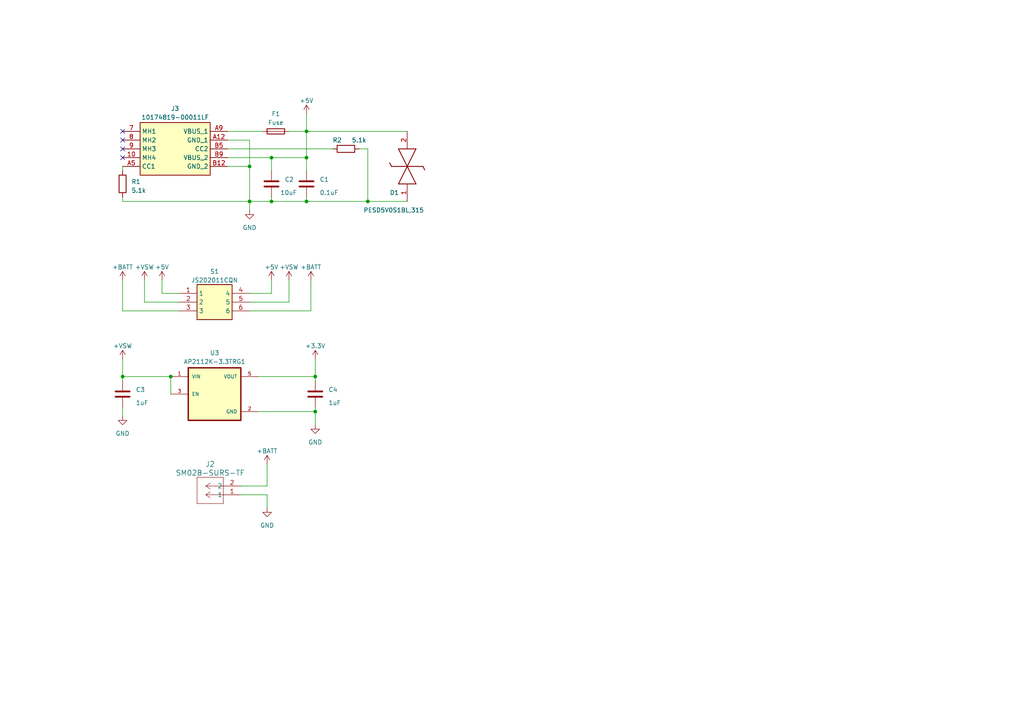
<source format=kicad_sch>
(kicad_sch (version 20230121) (generator eeschema)
  (paper "A4")
  (lib_symbols
    (symbol "Device:C" (pin_numbers hide) (pin_names (offset 0.254))
      (property "Reference" "C" (at 0.635 2.54 0))
      (property "Value" "C" (at 0.635 -2.54 0))
      (symbol "C_0_1"
        (polyline (pts (xy -2.032 -0.762) (xy 2.032 -0.762)) (stroke (width 0.508)))
        (polyline (pts (xy -2.032 0.762) (xy 2.032 0.762)) (stroke (width 0.508)))
      )
      (symbol "C_1_1"
        (pin passive line (at 0 3.81 270) (length 2.794) (name "~") (number "1"))
        (pin passive line (at 0 -3.81 90) (length 2.794) (name "~") (number "2"))
      )
    )
    (symbol "Device:Fuse" (pin_numbers hide) (pin_names (offset 0))
      (property "Reference" "F" (at 2.032 0 90))
      (property "Value" "Fuse" (at -1.905 0 90))
      (symbol "Fuse_0_1"
        (rectangle (start -0.762 -2.54) (end 0.762 2.54) (stroke (width 0.254)))
        (polyline (pts (xy 0 2.54) (xy 0 -2.54)))
      )
      (symbol "Fuse_1_1"
        (pin passive line (at 0 3.81 270) (length 1.27) (name "~") (number "1"))
        (pin passive line (at 0 -3.81 90) (length 1.27) (name "~") (number "2"))
      )
    )
    (symbol "Device:R" (pin_numbers hide) (pin_names (offset 0))
      (property "Reference" "R" (at 2.032 0 90))
      (property "Value" "R" (at 0 0 90))
      (symbol "R_0_1"
        (rectangle (start -1.016 -2.54) (end 1.016 2.54) (stroke (width 0.254)))
      )
      (symbol "R_1_1"
        (pin passive line (at 0 3.81 270) (length 1.27) (name "~") (number "1"))
        (pin passive line (at 0 -3.81 90) (length 1.27) (name "~") (number "2"))
      )
    )
    (symbol "GS_Connector:10174819-00011LF"
      (property "Reference" "J" (at 26.67 7.62 0))
      (property "Value" "10174819-00011LF" (at 26.67 5.08 0))
      (symbol "10174819-00011LF_1_1"
        (rectangle (start 5.08 2.54) (end 25.4 -12.7) (stroke (width 0.254)) (fill (type background)))
        (pin passive line (at 0 -7.62 0) (length 5.08) (name "MH4") (number "10"))
        (pin passive line (at 0 0 0) (length 5.08) (name "MH1") (number "7"))
        (pin passive line (at 0 -2.54 0) (length 5.08) (name "MH2") (number "8"))
        (pin passive line (at 0 -5.08 0) (length 5.08) (name "MH3") (number "9"))
        (pin passive line (at 30.48 -2.54 180) (length 5.08) (name "GND_1") (number "A12"))
        (pin passive line (at 0 -10.16 0) (length 5.08) (name "CC1") (number "A5"))
        (pin passive line (at 30.48 0 180) (length 5.08) (name "VBUS_1") (number "A9"))
        (pin passive line (at 30.48 -10.16 180) (length 5.08) (name "GND_2") (number "B12"))
        (pin passive line (at 30.48 -5.08 180) (length 5.08) (name "CC2") (number "B5"))
        (pin passive line (at 30.48 -7.62 180) (length 5.08) (name "VBUS_2") (number "B9"))
      )
    )
    (symbol "GS_Connector:SM02B-SURS-TF" (pin_names (offset 0.254))
      (property "Reference" "J" (at 8.89 6.35 0))
      (property "Value" "SM02B-SURS-TF" (at 0 0 0))
      (symbol "SM02B-SURS-TF_1_1"
        (polyline (pts (xy 5.08 -5.08) (xy 12.7 -5.08)) (stroke (width 0.127)))
        (polyline (pts (xy 5.08 2.54) (xy 5.08 -5.08)) (stroke (width 0.127)))
        (polyline (pts (xy 10.16 -2.54) (xy 5.08 -2.54)) (stroke (width 0.127)))
        (polyline (pts (xy 10.16 -2.54) (xy 8.89 -3.3867)) (stroke (width 0.127)))
        (polyline (pts (xy 10.16 -2.54) (xy 8.89 -1.6933)) (stroke (width 0.127)))
        (polyline (pts (xy 10.16 0) (xy 5.08 0)) (stroke (width 0.127)))
        (polyline (pts (xy 10.16 0) (xy 8.89 -0.8467)) (stroke (width 0.127)))
        (polyline (pts (xy 10.16 0) (xy 8.89 0.8467)) (stroke (width 0.127)))
        (polyline (pts (xy 12.7 -5.08) (xy 12.7 2.54)) (stroke (width 0.127)))
        (polyline (pts (xy 12.7 2.54) (xy 5.08 2.54)) (stroke (width 0.127)))
        (pin unspecified line (at 0 0 0) (length 5.08) (name "1") (number "1"))
        (pin unspecified line (at 0 -2.54 0) (length 5.08) (name "2") (number "2"))
      )
      (symbol "SM02B-SURS-TF_1_2"
        (polyline (pts (xy 5.08 -5.08) (xy 12.7 -5.08)) (stroke (width 0.127)))
        (polyline (pts (xy 5.08 2.54) (xy 5.08 -5.08)) (stroke (width 0.127)))
        (polyline (pts (xy 7.62 -2.54) (xy 5.08 -2.54)) (stroke (width 0.127)))
        (polyline (pts (xy 7.62 -2.54) (xy 8.89 -3.3867)) (stroke (width 0.127)))
        (polyline (pts (xy 7.62 -2.54) (xy 8.89 -1.6933)) (stroke (width 0.127)))
        (polyline (pts (xy 7.62 0) (xy 5.08 0)) (stroke (width 0.127)))
        (polyline (pts (xy 7.62 0) (xy 8.89 -0.8467)) (stroke (width 0.127)))
        (polyline (pts (xy 7.62 0) (xy 8.89 0.8467)) (stroke (width 0.127)))
        (polyline (pts (xy 12.7 -5.08) (xy 12.7 2.54)) (stroke (width 0.127)))
        (polyline (pts (xy 12.7 2.54) (xy 5.08 2.54)) (stroke (width 0.127)))
        (pin unspecified line (at 0 0 0) (length 5.08) (name "1") (number "1"))
        (pin unspecified line (at 0 -2.54 0) (length 5.08) (name "2") (number "2"))
      )
    )
    (symbol "GS_ICs:AP2112K-3.3TRG1" (pin_names (offset 1.016))
      (property "Reference" "U" (at -7.663 8.6476 0))
      (property "Value" "AP2112K-3.3TRG1" (at -7.6489 -11.6507 0))
      (symbol "AP2112K-3.3TRG1_0_0"
        (rectangle (start -7.62 -7.62) (end 7.62 7.62) (stroke (width 0.41)) (fill (type background)))
        (pin power_in line (at -12.7 5.08 0) (length 5.08) (name "VIN") (number "1"))
        (pin power_in line (at 12.7 -5.08 180) (length 5.08) (name "GND") (number "2"))
        (pin input line (at -12.7 0 0) (length 5.08) (name "EN") (number "3"))
        (pin power_in line (at 12.7 5.08 180) (length 5.08) (name "VOUT") (number "5"))
      )
    )
    (symbol "GS_other:JS202011CQN"
      (property "Reference" "S" (at 16.51 7.62 0))
      (property "Value" "JS202011CQN" (at 16.51 5.08 0))
      (symbol "JS202011CQN_1_1"
        (rectangle (start 5.08 2.54) (end 15.24 -7.62) (stroke (width 0.254)) (fill (type background)))
        (pin passive line (at 0 0 0) (length 5.08) (name "1") (number "1"))
        (pin passive line (at 0 -2.54 0) (length 5.08) (name "2") (number "2"))
        (pin passive line (at 0 -5.08 0) (length 5.08) (name "3") (number "3"))
        (pin passive line (at 20.32 0 180) (length 5.08) (name "4") (number "4"))
        (pin passive line (at 20.32 -2.54 180) (length 5.08) (name "5") (number "5"))
        (pin passive line (at 20.32 -5.08 180) (length 5.08) (name "6") (number "6"))
      )
    )
    (symbol "GS_other:PESD5V0S1BL,315" (pin_names hide)
      (property "Reference" "D" (at 15.24 8.89 0))
      (property "Value" "PESD5V0S1BL,315" (at 15.24 6.35 0))
      (symbol "PESD5V0S1BL,315_1_1"
        (polyline (pts (xy 5.08 2.54) (xy 5.08 -2.54)) (stroke (width 0.254)))
        (polyline (pts (xy 5.08 2.54) (xy 10.16 0)) (stroke (width 0.254)))
        (polyline (pts (xy 10.16 -4.572) (xy 9.144 -5.08)) (stroke (width 0.254)))
        (polyline (pts (xy 10.16 -4.572) (xy 10.16 4.572)) (stroke (width 0.254)))
        (polyline (pts (xy 10.16 0) (xy 5.08 -2.54)) (stroke (width 0.254)))
        (polyline (pts (xy 10.16 0) (xy 15.24 -2.54)) (stroke (width 0.254)))
        (polyline (pts (xy 11.176 5.08) (xy 10.16 4.572)) (stroke (width 0.254)))
        (polyline (pts (xy 15.24 2.54) (xy 10.16 0)) (stroke (width 0.254)))
        (polyline (pts (xy 15.24 2.54) (xy 15.24 -2.54)) (stroke (width 0.254)))
        (pin passive line (at 0 0 0) (length 5.08) (name "K1") (number "1"))
        (pin passive line (at 20.32 0 180) (length 5.08) (name "K2") (number "2"))
      )
    )
    (symbol "power:+3.3V" (power) (pin_names (offset 0))
      (property "Value" "+3.3V" (at 0 3.556 0))
      (symbol "+3.3V_0_1"
        (polyline (pts (xy -0.762 1.27) (xy 0 2.54)))
        (polyline (pts (xy 0 0) (xy 0 2.54)))
        (polyline (pts (xy 0 2.54) (xy 0.762 1.27)))
      )
      (symbol "+3.3V_1_1"
        (pin power_in line (at 0 0 90) (length 0) hide (name "+3.3V") (number "1"))
      )
    )
    (symbol "power:+5V" (power) (pin_names (offset 0))
      (property "Value" "+5V" (at 0 3.556 0))
      (symbol "+5V_0_1"
        (polyline (pts (xy -0.762 1.27) (xy 0 2.54)))
        (polyline (pts (xy 0 0) (xy 0 2.54)))
        (polyline (pts (xy 0 2.54) (xy 0.762 1.27)))
      )
      (symbol "+5V_1_1"
        (pin power_in line (at 0 0 90) (length 0) hide (name "+5V") (number "1"))
      )
    )
    (symbol "power:+BATT" (power) (pin_names (offset 0))
      (property "Value" "+BATT" (at 0 3.556 0))
      (symbol "+BATT_0_1"
        (polyline (pts (xy -0.762 1.27) (xy 0 2.54)))
        (polyline (pts (xy 0 0) (xy 0 2.54)))
        (polyline (pts (xy 0 2.54) (xy 0.762 1.27)))
      )
      (symbol "+BATT_1_1"
        (pin power_in line (at 0 0 90) (length 0) hide (name "+BATT") (number "1"))
      )
    )
    (symbol "power:+VSW" (power) (pin_names (offset 0))
      (property "Value" "+VSW" (at 0 3.556 0))
      (symbol "+VSW_0_1"
        (polyline (pts (xy -0.762 1.27) (xy 0 2.54)))
        (polyline (pts (xy 0 0) (xy 0 2.54)))
        (polyline (pts (xy 0 2.54) (xy 0.762 1.27)))
      )
      (symbol "+VSW_1_1"
        (pin power_in line (at 0 0 90) (length 0) hide (name "+VSW") (number "1"))
      )
    )
    (symbol "power:GND" (power) (pin_names (offset 0))
      (property "Value" "GND" (at 0 -3.81 0))
      (symbol "GND_0_1"
        (polyline (pts (xy 0 0) (xy 0 -1.27) (xy 1.27 -1.27) (xy 0 -2.54) (xy -1.27 -1.27) (xy 0 -1.27)))
      )
      (symbol "GND_1_1"
        (pin power_in line (at 0 0 270) (length 0) hide (name "GND") (number "1"))
      )
    )
  )
  (junction (at 88.9 45.72))
  (junction (at 49.53 109.22))
  (junction (at 72.39 48.26))
  (junction (at 91.44 109.22))
  (junction (at 78.74 58.42))
  (junction (at 78.74 45.72))
  (junction (at 88.9 58.42))
  (junction (at 106.68 58.42))
  (junction (at 72.39 58.42))
  (junction (at 88.9 38.1))
  (junction (at 91.44 119.38))
  (junction (at 35.56 109.22))
  (no_connect (at 35.56 43.18))
  (no_connect (at 35.56 40.64))
  (no_connect (at 35.56 38.1))
  (no_connect (at 35.56 45.72))
  (wire (pts (xy 78.74 45.72) (xy 78.74 49.53)))
  (wire (pts (xy 35.56 110.49) (xy 35.56 109.22)))
  (wire (pts (xy 77.47 143.51) (xy 77.47 147.32)))
  (wire (pts (xy 72.39 90.17) (xy 90.17 90.17)))
  (wire (pts (xy 35.56 81.28) (xy 35.56 90.17)))
  (wire (pts (xy 106.68 58.42) (xy 118.11 58.42)))
  (wire (pts (xy 78.74 58.42) (xy 88.9 58.42)))
  (wire (pts (xy 69.85 143.51) (xy 77.47 143.51)))
  (wire (pts (xy 83.82 87.63) (xy 83.82 81.28)))
  (wire (pts (xy 46.99 81.28) (xy 46.99 85.09)))
  (wire (pts (xy 41.91 87.63) (xy 52.07 87.63)))
  (wire (pts (xy 104.14 43.18) (xy 106.68 43.18)))
  (wire (pts (xy 78.74 85.09) (xy 72.39 85.09)))
  (wire (pts (xy 66.04 48.26) (xy 72.39 48.26)))
  (wire (pts (xy 35.56 120.65) (xy 35.56 118.11)))
  (wire (pts (xy 35.56 90.17) (xy 52.07 90.17)))
  (wire (pts (xy 91.44 123.19) (xy 91.44 119.38)))
  (wire (pts (xy 41.91 81.28) (xy 41.91 87.63)))
  (wire (pts (xy 66.04 40.64) (xy 72.39 40.64)))
  (wire (pts (xy 77.47 134.62) (xy 77.47 140.97)))
  (wire (pts (xy 91.44 119.38) (xy 91.44 118.11)))
  (wire (pts (xy 72.39 58.42) (xy 78.74 58.42)))
  (wire (pts (xy 78.74 45.72) (xy 88.9 45.72)))
  (wire (pts (xy 78.74 81.28) (xy 78.74 85.09)))
  (wire (pts (xy 106.68 43.18) (xy 106.68 58.42)))
  (wire (pts (xy 66.04 38.1) (xy 76.2 38.1)))
  (wire (pts (xy 49.53 109.22) (xy 49.53 114.3)))
  (wire (pts (xy 46.99 85.09) (xy 52.07 85.09)))
  (wire (pts (xy 35.56 49.53) (xy 35.56 48.26)))
  (wire (pts (xy 66.04 45.72) (xy 78.74 45.72)))
  (wire (pts (xy 91.44 109.22) (xy 74.93 109.22)))
  (wire (pts (xy 35.56 104.14) (xy 35.56 109.22)))
  (wire (pts (xy 106.68 58.42) (xy 88.9 58.42)))
  (wire (pts (xy 72.39 87.63) (xy 83.82 87.63)))
  (wire (pts (xy 88.9 38.1) (xy 118.11 38.1)))
  (wire (pts (xy 91.44 104.14) (xy 91.44 109.22)))
  (wire (pts (xy 90.17 90.17) (xy 90.17 81.28)))
  (wire (pts (xy 83.82 38.1) (xy 88.9 38.1)))
  (wire (pts (xy 88.9 33.02) (xy 88.9 38.1)))
  (wire (pts (xy 78.74 58.42) (xy 78.74 57.15)))
  (wire (pts (xy 91.44 110.49) (xy 91.44 109.22)))
  (wire (pts (xy 88.9 38.1) (xy 88.9 45.72)))
  (wire (pts (xy 66.04 43.18) (xy 96.52 43.18)))
  (wire (pts (xy 72.39 48.26) (xy 72.39 58.42)))
  (wire (pts (xy 72.39 40.64) (xy 72.39 48.26)))
  (wire (pts (xy 35.56 109.22) (xy 49.53 109.22)))
  (wire (pts (xy 88.9 58.42) (xy 88.9 57.15)))
  (wire (pts (xy 35.56 58.42) (xy 35.56 57.15)))
  (wire (pts (xy 69.85 140.97) (xy 77.47 140.97)))
  (wire (pts (xy 88.9 45.72) (xy 88.9 49.53)))
  (wire (pts (xy 35.56 58.42) (xy 72.39 58.42)))
  (wire (pts (xy 74.93 119.38) (xy 91.44 119.38)))
  (wire (pts (xy 72.39 58.42) (xy 72.39 60.96)))
  (symbol (lib_id "power:GND") (at 72.39 60.96 0) (unit 1)
    (property "Reference" "#PWR02" (effects hide))
    (property "Value" "GND" (at 72.39 66.04 0))
    (instances (project "SHM_V1.0" (path "" (reference "#PWR02") (unit 1)) (path "" (reference "#PWR07") (unit 1))))
  )
  (symbol (lib_id "power:+BATT") (at 77.47 134.62 0) (unit 1)
    (property "Reference" "#PWR013" (effects hide))
    (property "Value" "+BATT" (at 77.47 130.81 0))
    (instances (project "SHM_V1.0" (path "" (reference "#PWR013") (unit 1)) (path "" (reference "#PWR08") (unit 1))))
  )
  (symbol (lib_id "power:+BATT") (at 90.17 81.28 0) (unit 1)
    (property "Reference" "#PWR014" (effects hide))
    (property "Value" "+BATT" (at 90.17 77.47 0))
    (instances (project "SHM_V1.0" (path "" (reference "#PWR014") (unit 1)) (path "" (reference "#PWR013") (unit 1))))
  )
  (symbol (lib_id "power:+3.3V") (at 91.44 104.14 0) (unit 1)
    (property "Reference" "#PWR07" (effects hide))
    (property "Value" "+3.3V" (at 91.44 100.33 0))
    (instances (project "SHM_V1.0" (path "" (reference "#PWR07") (unit 1)) (path "" (reference "#PWR014") (unit 1))))
  )
  (symbol (lib_id "power:GND") (at 91.44 123.19 0) (unit 1)
    (property "Reference" "#PWR05" (effects hide))
    (property "Value" "GND" (at 91.44 128.27 0))
    (instances (project "SHM_V1.0" (path "" (reference "#PWR05") (unit 1)) (path "" (reference "#PWR015") (unit 1))))
  )
  (symbol (lib_id "power:+5V") (at 88.9 33.02 0) (unit 1)
    (property "Reference" "#PWR01" (effects hide))
    (property "Value" "+5V" (at 88.9 29.21 0))
    (instances (project "SHM_V1.0" (path "" (reference "#PWR01") (unit 1)) (path "" (reference "#PWR012") (unit 1))))
  )
  (symbol (lib_id "Device:C") (at 78.74 53.34 0) (unit 1)
    (property "Reference" "C2" (at 82.55 52.07 0) (effects (justify left)))
    (property "Value" "10uF" (at 81.28 55.88 0) (effects (justify left)))
  )
  (symbol (lib_id "Device:R") (at 100.33 43.18 90) (unit 1)
    (property "Reference" "R2" (at 97.79 40.64 90))
    (property "Value" "5.1k" (at 104.14 40.64 90))
  )
  (symbol (lib_id "Device:C") (at 35.56 114.3 0) (unit 1)
    (property "Reference" "C3" (at 39.37 113.03 0) (effects (justify left)))
    (property "Value" "1uF" (at 39.37 116.84 0) (effects (justify left)))
    (instances (project "SHM_V1.0" (path "" (reference "C3") (unit 1)) (path "" (reference "C1") (unit 1))))
  )
  (symbol (lib_id "GS_other:PESD5V0S1BL,315") (at 118.11 58.42 90) (unit 1)
    (property "Reference" "D1" (at 113.03 55.88 90) (effects (justify right)))
    (property "Value" "PESD5V0S1BL,315" (at 105.41 60.96 90) (effects (justify right)))
    (property "Footprint" "PESD5V0S1BL315" (effects hide))
    (property "Datasheet" "https://assets.nexperia.com/documents/data-sheet/PESD5V0S1BL.pdf" (effects hide))
    (property "Height" "0" (effects hide))
    (property "Manufacturer_Name" "Nexperia" (effects hide))
    (property "Manufacturer_Part_Number" "PESD5V0S1BL,315" (effects hide))
    (property "Mouser Part Number" "771-PESD5V0S1BL315" (effects hide))
    (property "Mouser Price/Stock" "https://www.mouser.co.uk/ProductDetail/Nexperia/PESD5V0S1BL315?qs=LOCUfHb8d9vNKhGKXkjrvQ%3D%3D" (effects hide))
    (property "Arrow Part Number" "PESD5V0S1BL,315" (effects hide))
    (property "Arrow Price/Stock" "https://www.arrow.com/en/products/pesd5v0s1bl315/nexperia?region=nac" (effects hide))
  )
  (symbol (lib_id "Device:R") (at 35.56 53.34 180) (unit 1)
    (property "Reference" "R1" (at 38.1 52.705 0) (effects (justify right)))
    (property "Value" "5.1k" (at 38.1 55.245 0) (effects (justify right)))
  )
  (symbol (lib_id "GS_other:JS202011CQN") (at 52.07 85.09 0) (unit 1)
    (property "Reference" "S1" (at 62.23 78.74 0))
    (property "Value" "JS202011CQN" (at 62.23 81.28 0))
    (property "Footprint" "JS202011CQN" (effects hide))
    (property "Datasheet" "https://www.ckswitches.com/media/1422/js.pdf" (effects hide))
    (property "Manufacturer_Name" "C & K COMPONENTS" (effects hide))
    (property "Manufacturer_Part_Number" "JS202011CQN" (effects hide))
    (property "Mouser Part Number" "611-JS202011CQN" (effects hide))
    (property "Mouser Price/Stock" "https://www.mouser.co.uk/ProductDetail/CK/JS202011CQN?qs=LgMIjt8LuD%2Fe%252BE3iTcEFYw%3D%3D" (effects hide))
    (property "Arrow Part Number" "JS202011CQN" (effects hide))
    (property "Arrow Price/Stock" "https://www.arrow.com/en/products/js202011cqn/ck?region=europe" (effects hide))
  )
  (symbol (lib_id "Device:C") (at 91.44 114.3 0) (unit 1)
    (property "Reference" "C4" (at 95.25 113.03 0) (effects (justify left)))
    (property "Value" "1uF" (at 95.25 116.84 0) (effects (justify left)))
  )
  (symbol (lib_id "GS_Connector:10174819-00011LF") (at 35.56 38.1 0) (unit 1)
    (property "Reference" "J3" (at 50.8 31.496 0))
    (property "Value" "10174819-00011LF" (at 50.8 34.036 0))
    (property "Footprint" "1017481900011LF" (effects hide))
    (property "Datasheet" "https://www.amphenol-cs.com/product/1017481900011lf.html" (effects hide))
    (property "Height" "3.39" (effects hide))
    (property "Manufacturer_Name" "Amphenol Communications Solutions" (effects hide))
    (property "Manufacturer_Part_Number" "10174819-00011LF" (effects hide))
    (property "Arrow Part Number" "10174819-00011LF" (effects hide))
    (property "Arrow Price/Stock" "https://www.arrow.com/en/products/10174819-00011lf/amphenol-fci?utm_currency=USD&region=nac" (effects hide))
    (instances (project "SHM_V1.0" (path "" (reference "J3") (unit 1)) (path "" (reference "J2") (unit 1))))
  )
  (symbol (lib_id "power:GND") (at 35.56 120.65 0) (unit 1)
    (property "Reference" "#PWR03" (effects hide))
    (property "Value" "GND" (at 35.56 125.73 0))
  )
  (symbol (lib_id "Device:C") (at 88.9 53.34 0) (unit 1)
    (property "Reference" "C1" (at 92.71 52.07 0) (effects (justify left)))
    (property "Value" "0.1uF" (at 92.71 55.88 0) (effects (justify left)))
    (instances (project "SHM_V1.0" (path "" (reference "C1") (unit 1)) (path "" (reference "C3") (unit 1))))
  )
  (symbol (lib_id "Device:Fuse") (at 80.01 38.1 90) (unit 1)
    (property "Reference" "F1" (at 80.01 33.02 90))
    (property "Value" "Fuse" (at 80.01 35.56 90))
  )
  (symbol (lib_id "power:+5V") (at 46.99 81.28 0) (unit 1)
    (property "Reference" "#PWR010" (effects hide))
    (property "Value" "+5V" (at 46.99 77.47 0))
    (instances (project "SHM_V1.0" (path "" (reference "#PWR010") (unit 1)) (path "" (reference "#PWR06") (unit 1))))
  )
  (symbol (lib_id "power:GND") (at 77.47 147.32 0) (unit 1)
    (property "Reference" "#PWR012" (effects hide))
    (property "Value" "GND" (at 77.47 152.4 0))
    (instances (project "SHM_V1.0" (path "" (reference "#PWR012") (unit 1)) (path "" (reference "#PWR09") (unit 1))))
  )
  (symbol (lib_id "GS_Connector:SM02B-SURS-TF") (at 69.85 143.51 180) (unit 1)
    (property "Reference" "J2" (at 60.96 134.62 0) (effects (font (size 1.524 1.524))))
    (property "Value" "SM02B-SURS-TF" (at 60.96 137.16 0) (effects (font (size 1.524 1.524))))
    (property "Footprint" "CONN_SM02B-SURS-TF_JST" (effects hide))
    (property "Datasheet" "SM02B-SURS-TF" (effects hide))
    (instances (project "SHM_V1.0" (path "" (reference "J2") (unit 1)) (path "" (reference "J3") (unit 1))))
  )
  (symbol (lib_id "power:+BATT") (at 35.56 81.28 0) (unit 1)
    (property "Reference" "#PWR015" (effects hide))
    (property "Value" "+BATT" (at 35.56 77.47 0))
    (instances (project "SHM_V1.0" (path "" (reference "#PWR015") (unit 1)) (path "" (reference "#PWR01") (unit 1))))
  )
  (symbol (lib_id "power:+VSW") (at 41.91 81.28 0) (unit 1)
    (property "Reference" "#PWR08" (effects hide))
    (property "Value" "+VSW" (at 41.91 77.47 0))
    (instances (project "SHM_V1.0" (path "" (reference "#PWR08") (unit 1)) (path "" (reference "#PWR05") (unit 1))))
  )
  (symbol (lib_id "power:+VSW") (at 35.56 104.14 0) (unit 1)
    (property "Reference" "#PWR06" (effects hide))
    (property "Value" "+VSW" (at 35.56 100.33 0))
    (instances (project "SHM_V1.0" (path "" (reference "#PWR06") (unit 1)) (path "" (reference "#PWR02") (unit 1))))
  )
  (symbol (lib_id "GS_ICs:AP2112K-3.3TRG1") (at 62.23 114.3 0) (unit 1)
    (property "Reference" "U3" (at 62.23 102.362 0))
    (property "Value" "AP2112K-3.3TRG1" (at 62.23 104.902 0))
    (property "Footprint" "AP2112K-3.3TRG1:SOT95P285X140-5N" (effects hide))
    (property "PARTREV" "2-2" (effects hide))
    (property "MANUFACTURER" "Diodes Inc." (effects hide))
  )
  (symbol (lib_id "power:+5V") (at 78.74 81.28 0) (unit 1)
    (property "Reference" "#PWR011" (effects hide))
    (property "Value" "+5V" (at 78.74 77.47 0))
    (instances (project "SHM_V1.0" (path "" (reference "#PWR011") (unit 1)) (path "" (reference "#PWR010") (unit 1))))
  )
  (symbol (lib_id "power:+VSW") (at 83.82 81.28 0) (unit 1)
    (property "Reference" "#PWR09" (effects hide))
    (property "Value" "+VSW" (at 83.82 77.47 0))
    (instances (project "SHM_V1.0" (path "" (reference "#PWR09") (unit 1)) (path "" (reference "#PWR011") (unit 1))))
  )
)
</source>
